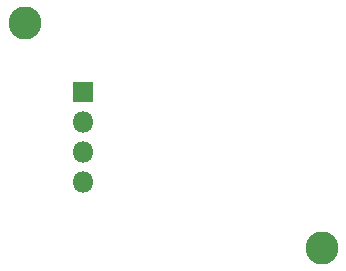
<source format=gbr>
%TF.GenerationSoftware,KiCad,Pcbnew,5.1.6-c6e7f7d~87~ubuntu18.04.1*%
%TF.CreationDate,2021-12-05T00:26:55-08:00*%
%TF.ProjectId,op-amp-low-side-current-sense,6f702d61-6d70-42d6-9c6f-772d73696465,rev?*%
%TF.SameCoordinates,Original*%
%TF.FileFunction,Soldermask,Bot*%
%TF.FilePolarity,Negative*%
%FSLAX46Y46*%
G04 Gerber Fmt 4.6, Leading zero omitted, Abs format (unit mm)*
G04 Created by KiCad (PCBNEW 5.1.6-c6e7f7d~87~ubuntu18.04.1) date 2021-12-05 00:26:55*
%MOMM*%
%LPD*%
G01*
G04 APERTURE LIST*
%ADD10C,2.800000*%
%ADD11O,1.800000X1.800000*%
%ADD12R,1.800000X1.800000*%
G04 APERTURE END LIST*
D10*
%TO.C,H2*%
X172720000Y-106426000D03*
%TD*%
%TO.C,H1*%
X147574000Y-87376000D03*
%TD*%
D11*
%TO.C,J2*%
X152527000Y-100838000D03*
X152527000Y-98298000D03*
X152527000Y-95758000D03*
D12*
X152527000Y-93218000D03*
%TD*%
M02*

</source>
